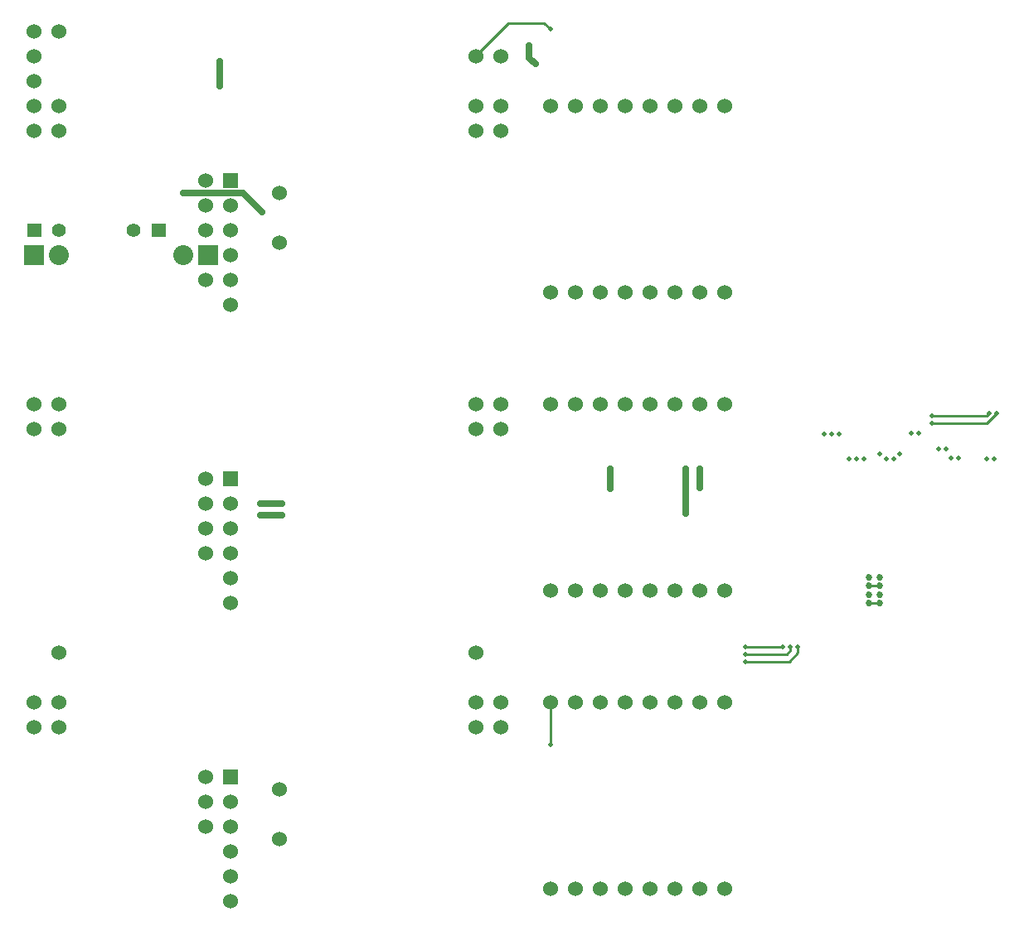
<source format=gbr>
G04 start of page 4 for group 2 idx 13 *
G04 Title: (unknown), jump *
G04 Creator: pcb 4.2.0 *
G04 CreationDate: Wed Jul 29 19:42:11 2020 UTC *
G04 For: commonadmin *
G04 Format: Gerber/RS-274X *
G04 PCB-Dimensions (mil): 6000.00 7000.00 *
G04 PCB-Coordinate-Origin: lower left *
%MOIN*%
%FSLAX25Y25*%
%LNBOTTOM*%
%ADD36C,0.0300*%
%ADD35C,0.0500*%
%ADD34C,0.0130*%
%ADD33C,0.0380*%
%ADD32C,0.0270*%
%ADD31C,0.0800*%
%ADD30C,0.0550*%
%ADD29C,0.0001*%
%ADD28C,0.0200*%
%ADD27C,0.0600*%
%ADD26C,0.0100*%
%ADD25C,0.0250*%
G54D25*X321500Y204000D02*Y196000D01*
G54D26*X297500Y93000D02*Y110000D01*
G54D25*X181000Y190000D02*X189500D01*
Y185500D02*X181000D01*
X164500Y368000D02*Y358000D01*
X289000Y374500D02*Y369500D01*
X291500Y367000D01*
G54D26*X267500Y370000D02*Y370500D01*
X280500Y383500D01*
X295000D01*
X297500Y381000D01*
G54D25*X150000Y315000D02*X174000D01*
X181500Y307500D01*
X357500Y196500D02*Y204000D01*
X352000Y186000D02*Y204000D01*
G54D26*X376000Y132500D02*X391000D01*
X451000Y225500D02*X473000D01*
X474000Y226500D01*
X451000Y222500D02*X473000D01*
X477000Y226500D01*
X376000Y129500D02*X392500D01*
X394000Y131000D01*
Y132500D01*
X376000Y126500D02*X393500D01*
X397000Y130000D01*
Y132500D01*
X430000Y157000D02*X425500D01*
X430000Y150000D02*X425500D01*
G54D27*X367500Y155000D03*
X307500Y230000D03*
X317500D03*
X327500D03*
X337500D03*
X347500D03*
X357500D03*
X367500D03*
G54D28*X458499Y208500D03*
X438000Y210000D03*
X461500Y208500D03*
X473000Y208000D03*
X476000D03*
X453500Y212000D03*
X456500D03*
X442500Y218500D03*
X445500D03*
X430000Y210000D03*
X432500Y208000D03*
X435500D03*
X417500D03*
X420500D03*
X423500D03*
X407500Y218000D03*
X410500D03*
X413500D03*
G54D27*X327500Y155000D03*
X337500D03*
X347500D03*
X357500D03*
X297500D03*
X307500D03*
X317500D03*
X267500Y110000D03*
X277500D03*
X267500Y100000D03*
X277500D03*
X337500Y110000D03*
X327500D03*
X317500D03*
X307500D03*
X297500D03*
X367500D03*
X357500D03*
X347500D03*
X367500Y35000D03*
X357500D03*
X347500D03*
X337500D03*
X327500D03*
X317500D03*
X307500D03*
X297500D03*
X100000Y230000D03*
Y220000D03*
X90000D03*
Y230000D03*
Y110000D03*
Y100000D03*
X100000D03*
Y110000D03*
G54D29*G36*
X166000Y83000D02*Y77000D01*
X172000D01*
Y83000D01*
X166000D01*
G37*
G54D27*X169000Y70000D03*
Y60000D03*
Y50000D03*
Y40000D03*
Y30000D03*
X188500Y75000D03*
Y55000D03*
G54D29*G36*
X166000Y203000D02*Y197000D01*
X172000D01*
Y203000D01*
X166000D01*
G37*
G54D27*X169000Y190000D03*
Y180000D03*
Y170000D03*
Y160000D03*
Y150000D03*
G54D29*G36*
X166000Y323000D02*Y317000D01*
X172000D01*
Y323000D01*
X166000D01*
G37*
G54D27*X188500Y315000D03*
X169000Y310000D03*
Y300000D03*
X188500Y295000D03*
X169000Y290000D03*
G54D29*G36*
X156000Y294000D02*Y286000D01*
X164000D01*
Y294000D01*
X156000D01*
G37*
G54D27*X169000Y280000D03*
Y270000D03*
X90000Y350000D03*
Y340000D03*
X100000D03*
Y350000D03*
G54D29*G36*
X87250Y302750D02*Y297250D01*
X92750D01*
Y302750D01*
X87250D01*
G37*
G54D30*X130000Y300000D03*
G54D31*X100000Y290000D03*
G54D30*Y300000D03*
G54D29*G36*
X86000Y294000D02*Y286000D01*
X94000D01*
Y294000D01*
X86000D01*
G37*
G54D31*X150000Y290000D03*
G54D29*G36*
X137250Y302750D02*Y297250D01*
X142750D01*
Y302750D01*
X137250D01*
G37*
G54D27*X297500Y230000D03*
X277500D03*
Y220000D03*
X267500D03*
Y230000D03*
Y350000D03*
Y340000D03*
X277500D03*
Y350000D03*
X297500D03*
Y275000D03*
X367500D03*
Y350000D03*
X357500Y275000D03*
X347500D03*
X337500D03*
X327500D03*
X317500D03*
X307500D03*
X357500Y350000D03*
X347500D03*
X337500D03*
X327500D03*
X317500D03*
X307500D03*
G54D28*X297500Y381000D03*
G54D27*X159000Y320000D03*
Y310000D03*
G54D28*X164500Y368000D03*
Y358000D03*
G54D27*X277500Y370000D03*
G54D28*X291500Y367000D03*
X289000Y374500D03*
G54D27*X267500Y370000D03*
X100000Y380000D03*
X90000Y370000D03*
Y380000D03*
Y360000D03*
G54D28*X150000Y315000D03*
X181500Y307500D03*
G54D27*X159000Y280000D03*
Y300000D03*
G54D28*X181000Y190000D03*
X189500D03*
X181000Y185500D03*
X189500D03*
G54D27*X159000Y200000D03*
Y190000D03*
Y180000D03*
Y170000D03*
X100000Y130000D03*
X159000Y80000D03*
Y70000D03*
Y60000D03*
G54D28*X321500Y196000D03*
Y204000D03*
X357500Y196500D03*
Y204000D03*
X352000Y186000D03*
Y204000D03*
X297500Y93000D03*
G54D27*X267500Y130000D03*
G54D28*X474000Y226500D03*
X477000D03*
X451000Y222500D03*
Y225500D03*
X376000Y132500D03*
X391000D03*
X394000D03*
X397000D03*
X376000Y126500D03*
Y129500D03*
G54D32*X425500Y153500D03*
Y157000D03*
Y160500D03*
Y150000D03*
X430000Y157000D03*
Y160500D03*
Y150000D03*
Y153500D03*
G54D26*G54D33*G54D26*G54D33*G54D26*G54D33*G54D26*G54D33*G54D26*G54D33*G54D26*G54D33*G54D26*G54D34*G54D33*G54D26*G54D33*G54D35*G54D33*G54D36*G54D35*G54D36*G54D35*G54D36*G54D33*M02*

</source>
